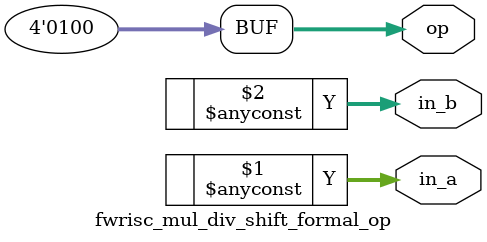
<source format=sv>

module fwrisc_mul_div_shift_formal_op(
		output[31:0]		in_a,
		output[31:0]		in_b,
		output[3:0]			op
		);
	
assign op = 4'b0100; // mul
//assign in_a = 32'd2;
//assign in_b = 32'd2;
assign in_a = $anyconst;
assign in_b = $anyconst;

endmodule
</source>
